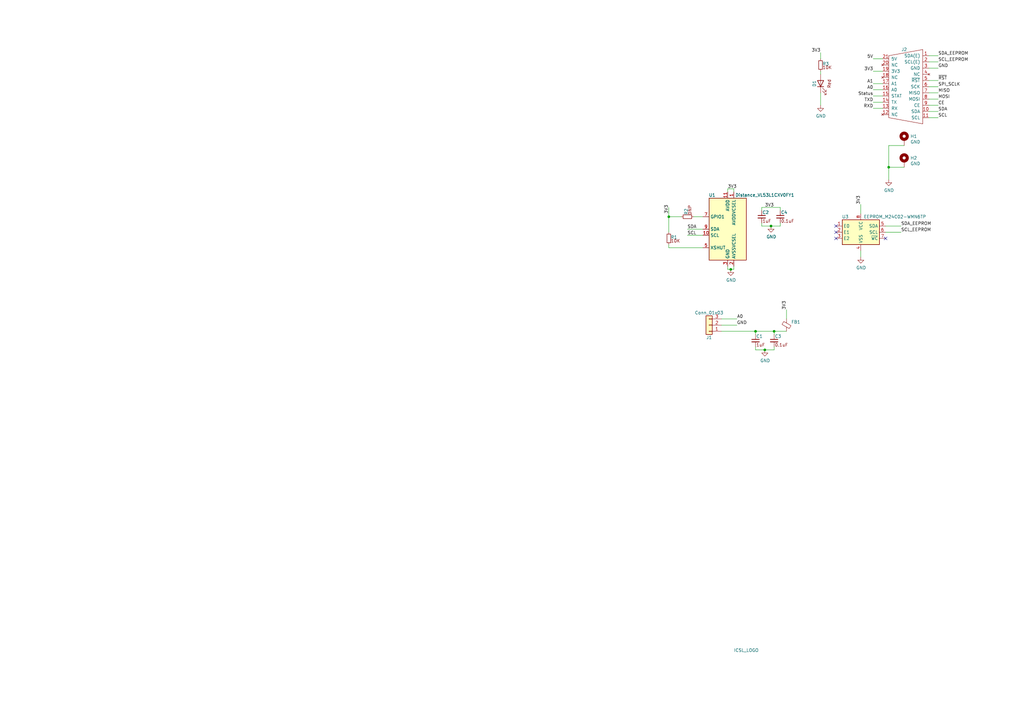
<source format=kicad_sch>
(kicad_sch (version 20211123) (generator eeschema)
  (paper "A3")
  (lib_symbols
    (symbol "Connector_Generic:Conn_01x03" (pin_names (offset 1.016) hide)
      (property "Reference" "J" (at 0 5.08 0))
      (property "Value" "Conn_01x03" (at 0 -5.08 0))
      (symbol "Conn_01x03_1_1"
        (rectangle (start -1.27 -2.413) (end 0 -2.667) (stroke (width 0.1524)))
        (rectangle (start -1.27 0.127) (end 0 -0.127) (stroke (width 0.1524)))
        (rectangle (start -1.27 2.667) (end 0 2.413) (stroke (width 0.1524)))
        (rectangle (start -1.27 3.81) (end 1.27 -3.81) (stroke (width 0.254)) (fill (type background)))
        (pin passive line (at -5.08 2.54 0) (length 3.81) (name "Pin_1") (number "1"))
        (pin passive line (at -5.08 0 0) (length 3.81) (name "Pin_2") (number "2"))
        (pin passive line (at -5.08 -2.54 0) (length 3.81) (name "Pin_3") (number "3"))
      )
    )
    (symbol "ICSL:Amphenol_91911-31321_plug" (pin_names (offset 1.016))
      (property "Reference" "J" (at 0 12.7 0))
      (symbol "Amphenol_91911-31321_plug_0_1"
        (polyline (pts (xy 7.62 -17.78) (xy 7.62 12.7)))
        (polyline (pts (xy 7.62 12.7) (xy -6.35 10.16) (xy -6.35 -15.24) (xy 7.62 -17.78)))
      )
      (symbol "Amphenol_91911-31321_plug_1_1"
        (pin bidirectional line (at 10.16 10.16 180) (length 2.54) (name "SDA(E)") (number "1"))
        (pin bidirectional line (at 10.16 -12.7 180) (length 2.54) (name "SDA") (number "10"))
        (pin output line (at 10.16 -15.24 180) (length 2.54) (name "SCL") (number "11"))
        (pin no_connect line (at -8.89 -13.97 0) (length 2.54) (name "NC") (number "12"))
        (pin input line (at -8.89 -11.43 0) (length 2.54) (name "RX") (number "13"))
        (pin output line (at -8.89 -8.89 0) (length 2.54) (name "TX") (number "14"))
        (pin input line (at -8.89 -6.35 0) (length 2.54) (name "STAT") (number "15"))
        (pin input line (at -8.89 -3.81 0) (length 2.54) (name "A0") (number "16"))
        (pin input line (at -8.89 -1.27 0) (length 2.54) (name "A1") (number "17"))
        (pin no_connect line (at -8.89 1.27 0) (length 2.54) (name "NC") (number "18"))
        (pin power_out line (at -8.89 3.81 0) (length 2.54) (name "3V3") (number "19"))
        (pin output line (at 10.16 7.62 180) (length 2.54) (name "SCL(E)") (number "2"))
        (pin no_connect line (at -8.89 6.35 0) (length 2.54) (name "NC") (number "20"))
        (pin power_out line (at -8.89 8.89 0) (length 2.54) (name "5V") (number "21"))
        (pin power_out line (at 10.16 5.08 180) (length 2.54) (name "GND") (number "3"))
        (pin no_connect line (at 10.16 2.54 180) (length 2.54) (name "NC") (number "4"))
        (pin output line (at 10.16 0 180) (length 2.54) (name "~{RST}") (number "5"))
        (pin output line (at 10.16 -2.54 180) (length 2.54) (name "SCK") (number "6"))
        (pin input line (at 10.16 -5.08 180) (length 2.54) (name "MISO") (number "7"))
        (pin output line (at 10.16 -7.62 180) (length 2.54) (name "MOSI") (number "8"))
        (pin output line (at 10.16 -10.16 180) (length 2.54) (name "CE") (number "9"))
      )
    )
    (symbol "ICSL:ICSL_LOGO"
      (property "Value" "ICSL_LOGO" (at 0 0 0))
    )
    (symbol "Mechanical:MountingHole_Pad" (pin_numbers hide) (pin_names (offset 1.016) hide)
      (property "Reference" "H" (at 0 6.35 0))
      (property "Value" "MountingHole_Pad" (at 0 4.445 0))
      (symbol "MountingHole_Pad_0_1"
        (circle (center 0 1.27) (radius 1.27) (stroke (width 1.27)))
      )
      (symbol "MountingHole_Pad_1_1"
        (pin input line (at 0 -2.54 90) (length 2.54) (name "1") (number "1"))
      )
    )
    (symbol "jlcsmt-ic:EEPROM_M24C02-WMN6TP"
      (property "Reference" "U" (at -6.35 6.35 0))
      (property "Value" "EEPROM_M24C02-WMN6TP" (at 13.97 6.35 0))
      (symbol "EEPROM_M24C02-WMN6TP_0_1"
        (rectangle (start -7.62 5.08) (end 7.62 -5.08) (stroke (width 0.254)) (fill (type background)))
      )
      (symbol "EEPROM_M24C02-WMN6TP_1_1"
        (pin input line (at -10.16 2.54 0) (length 2.54) (name "E0") (number "1"))
        (pin input line (at -10.16 0 0) (length 2.54) (name "E1") (number "2"))
        (pin input line (at -10.16 -2.54 0) (length 2.54) (name "E2") (number "3"))
        (pin power_in line (at 0 -7.62 90) (length 2.54) (name "VSS") (number "4"))
        (pin bidirectional line (at 10.16 2.54 180) (length 2.54) (name "SDA") (number "5"))
        (pin input line (at 10.16 0 180) (length 2.54) (name "SCL") (number "6"))
        (pin input line (at 10.16 -2.54 180) (length 2.54) (name "~{WC}") (number "7"))
        (pin power_in line (at 0 7.62 270) (length 2.54) (name "VCC") (number "8"))
      )
    )
    (symbol "jlcsmt-rcl:B_0805_600R" (pin_numbers hide) (pin_names (offset 0))
      (property "Reference" "FB" (at 1.905 1.27 0))
      (symbol "B_0805_600R_0_1"
        (polyline (pts (xy 0 -1.27) (xy 0 -0.7874)))
        (polyline (pts (xy 0 0.889) (xy 0 1.2954)))
        (polyline (pts (xy -1.8288 0.2794) (xy -1.1176 1.4986) (xy 1.8288 -0.2032) (xy 1.1176 -1.4224) (xy -1.8288 0.2794)))
      )
      (symbol "B_0805_600R_1_1"
        (pin passive line (at 0 2.54 270) (length 1.27) (name "~") (number "1"))
        (pin passive line (at 0 -2.54 90) (length 1.27) (name "~") (number "2"))
      )
    )
    (symbol "jlcsmt-rcl:C_0402_0.1uF_16V" (pin_numbers hide) (pin_names (offset 0.254) hide)
      (property "Reference" "C" (at 0.254 1.778 0))
      (symbol "C_0402_0.1uF_16V_0_0"
        (text "0.1uF" (at 0.254 -1.778 0) (effects (font (size 1.27 1.27)) (justify left)))
      )
      (symbol "C_0402_0.1uF_16V_0_1"
        (polyline (pts (xy -1.524 -0.508) (xy 1.524 -0.508)) (stroke (width 0.3302)))
        (polyline (pts (xy -1.524 0.508) (xy 1.524 0.508)) (stroke (width 0.3048)))
      )
      (symbol "C_0402_0.1uF_16V_1_1"
        (pin passive line (at 0 2.54 270) (length 2.032) (name "~") (number "1"))
        (pin passive line (at 0 -2.54 90) (length 2.032) (name "~") (number "2"))
      )
    )
    (symbol "jlcsmt-rcl:C_0402_1uF_25V" (pin_numbers hide) (pin_names (offset 0.254) hide)
      (property "Reference" "C" (at 0.254 1.778 0))
      (symbol "C_0402_1uF_25V_0_0"
        (text "1uF" (at 0.254 -1.778 0) (effects (font (size 1.27 1.27)) (justify left)))
      )
      (symbol "C_0402_1uF_25V_0_1"
        (polyline (pts (xy -1.524 -0.508) (xy 1.524 -0.508)) (stroke (width 0.3302)))
        (polyline (pts (xy -1.524 0.508) (xy 1.524 0.508)) (stroke (width 0.3048)))
      )
      (symbol "C_0402_1uF_25V_1_1"
        (pin passive line (at 0 2.54 270) (length 2.032) (name "~") (number "1"))
        (pin passive line (at 0 -2.54 90) (length 2.032) (name "~") (number "2"))
      )
    )
    (symbol "jlcsmt-rcl:LED_0603_Red" (pin_numbers hide) (pin_names (offset 1.016) hide)
      (property "Reference" "D" (at 0 2.54 0))
      (symbol "LED_0603_Red_0_0"
        (text "Red" (at 0 -3.556 0) (effects (font (size 1.27 1.27))))
      )
      (symbol "LED_0603_Red_0_1"
        (polyline (pts (xy -1.27 -1.27) (xy -1.27 1.27)) (stroke (width 0.254)))
        (polyline (pts (xy -1.27 0) (xy 1.27 0)))
        (polyline (pts (xy 1.27 -1.27) (xy 1.27 1.27) (xy -1.27 0) (xy 1.27 -1.27)) (stroke (width 0.254)))
        (polyline (pts (xy -3.048 -0.762) (xy -4.572 -2.286) (xy -3.81 -2.286) (xy -4.572 -2.286) (xy -4.572 -1.524)))
        (polyline (pts (xy -1.778 -0.762) (xy -3.302 -2.286) (xy -2.54 -2.286) (xy -3.302 -2.286) (xy -3.302 -1.524)))
      )
      (symbol "LED_0603_Red_1_1"
        (pin passive line (at -3.81 0 0) (length 2.54) (name "K") (number "1"))
        (pin passive line (at 3.81 0 180) (length 2.54) (name "A") (number "2"))
      )
    )
    (symbol "jlcsmt-rcl:R_0402_10K" (pin_numbers hide) (pin_names (offset 0.254) hide)
      (property "Reference" "R" (at 0.762 0.508 0))
      (symbol "R_0402_10K_0_0"
        (text "10K" (at 0.762 -1.016 0) (effects (font (size 1.27 1.27)) (justify left)))
      )
      (symbol "R_0402_10K_0_1"
        (rectangle (start -0.762 1.778) (end 0.762 -1.778) (stroke (width 0.2032)))
      )
      (symbol "R_0402_10K_1_1"
        (pin passive line (at 0 2.54 270) (length 0.762) (name "~") (number "1"))
        (pin passive line (at 0 -2.54 90) (length 0.762) (name "~") (number "2"))
      )
    )
    (symbol "jlcsmt-rcl:R_0402_DNP" (pin_numbers hide) (pin_names (offset 0.254) hide)
      (property "Reference" "R" (at 0.762 0.508 0))
      (symbol "R_0402_DNP_0_0"
        (text "DNP" (at 0.762 -1.016 0) (effects (font (size 1.27 1.27)) (justify left)))
      )
      (symbol "R_0402_DNP_0_1"
        (rectangle (start -0.762 1.778) (end 0.762 -1.778) (stroke (width 0.2032)))
      )
      (symbol "R_0402_DNP_1_1"
        (pin passive line (at 0 2.54 270) (length 0.762) (name "~") (number "1"))
        (pin passive line (at 0 -2.54 90) (length 0.762) (name "~") (number "2"))
      )
    )
    (symbol "jlcsmt-sensors:Distance_VL53L1CXV0FY1"
      (property "Reference" "U" (at -6.35 13.97 0))
      (property "Value" "Distance_VL53L1CXV0FY1" (at 15.24 13.97 0))
      (symbol "Distance_VL53L1CXV0FY1_0_1"
        (rectangle (start -7.62 12.7) (end 7.62 -12.7) (stroke (width 0.254)) (fill (type background)))
      )
      (symbol "Distance_VL53L1CXV0FY1_1_1"
        (pin power_in line (at 2.54 15.24 270) (length 2.54) (name "AVDDVCSEL") (number "1"))
        (pin input line (at -10.16 -2.54 0) (length 2.54) (name "SCL") (number "10"))
        (pin power_in line (at 0 15.24 270) (length 2.54) (name "AVDD") (number "11"))
        (pin passive line (at 0 -15.24 90) (length 2.54) hide (name "GND") (number "12"))
        (pin power_in line (at 2.54 -15.24 90) (length 2.54) (name "AVSSVCSEL") (number "2"))
        (pin power_in line (at 0 -15.24 90) (length 2.54) (name "GND") (number "3"))
        (pin passive line (at 0 -15.24 90) (length 2.54) hide (name "GND") (number "4"))
        (pin input line (at -10.16 -7.62 0) (length 2.54) (name "XSHUT") (number "5"))
        (pin passive line (at 0 -15.24 90) (length 2.54) hide (name "GND") (number "6"))
        (pin open_collector line (at -10.16 5.08 0) (length 2.54) (name "GPIO1") (number "7"))
        (pin no_connect line (at -7.62 7.62 0) (length 2.54) hide (name "DNC") (number "8"))
        (pin bidirectional line (at -10.16 0 0) (length 2.54) (name "SDA") (number "9"))
      )
    )
    (symbol "power:GND" (power) (pin_names (offset 0))
      (property "Value" "GND" (at 0 -3.81 0))
      (symbol "GND_0_1"
        (polyline (pts (xy 0 0) (xy 0 -1.27) (xy 1.27 -1.27) (xy 0 -2.54) (xy -1.27 -1.27) (xy 0 -1.27)))
      )
      (symbol "GND_1_1"
        (pin power_in line (at 0 0 270) (length 0) hide (name "GND") (number "1"))
      )
    )
  )
  (junction (at 364.49 68.58))
  (junction (at 313.69 143.51))
  (junction (at 317.5 135.89))
  (junction (at 299.72 110.49))
  (junction (at 309.88 135.89))
  (junction (at 274.32 88.9))
  (junction (at 316.23 92.71))
  (no_connect (at 363.22 97.79))
  (no_connect (at 342.9 97.79))
  (no_connect (at 342.9 92.71))
  (no_connect (at 342.9 95.25))
  (wire (pts (xy 281.94 93.98) (xy 288.29 93.98)))
  (wire (pts (xy 358.14 29.21) (xy 361.95 29.21)))
  (wire (pts (xy 312.42 85.09) (xy 320.04 85.09)))
  (wire (pts (xy 364.49 73.66) (xy 364.49 68.58)))
  (wire (pts (xy 312.42 92.71) (xy 316.23 92.71)))
  (wire (pts (xy 358.14 41.91) (xy 361.95 41.91)))
  (wire (pts (xy 284.48 88.9) (xy 288.29 88.9)))
  (wire (pts (xy 274.32 85.09) (xy 274.32 88.9)))
  (wire (pts (xy 298.45 77.47) (xy 300.99 77.47)))
  (wire (pts (xy 317.5 135.89) (xy 322.58 135.89)))
  (wire (pts (xy 309.88 142.24) (xy 309.88 143.51)))
  (wire (pts (xy 381 22.86) (xy 384.81 22.86)))
  (wire (pts (xy 312.42 86.36) (xy 312.42 85.09)))
  (wire (pts (xy 363.22 92.71) (xy 369.57 92.71)))
  (wire (pts (xy 358.14 44.45) (xy 361.95 44.45)))
  (wire (pts (xy 309.88 135.89) (xy 309.88 137.16)))
  (wire (pts (xy 364.49 59.69) (xy 370.84 59.69)))
  (wire (pts (xy 381 43.18) (xy 384.81 43.18)))
  (wire (pts (xy 288.29 101.6) (xy 274.32 101.6)))
  (wire (pts (xy 320.04 85.09) (xy 320.04 86.36)))
  (wire (pts (xy 317.5 142.24) (xy 317.5 143.51)))
  (wire (pts (xy 274.32 101.6) (xy 274.32 100.33)))
  (wire (pts (xy 381 35.56) (xy 384.81 35.56)))
  (wire (pts (xy 295.91 130.81) (xy 302.26 130.81)))
  (wire (pts (xy 381 45.72) (xy 384.81 45.72)))
  (wire (pts (xy 312.42 91.44) (xy 312.42 92.71)))
  (wire (pts (xy 381 27.94) (xy 384.81 27.94)))
  (wire (pts (xy 316.23 92.71) (xy 320.04 92.71)))
  (wire (pts (xy 274.32 88.9) (xy 279.4 88.9)))
  (wire (pts (xy 381 40.64) (xy 384.81 40.64)))
  (wire (pts (xy 358.14 34.29) (xy 361.95 34.29)))
  (wire (pts (xy 298.45 110.49) (xy 299.72 110.49)))
  (wire (pts (xy 364.49 68.58) (xy 370.84 68.58)))
  (wire (pts (xy 317.5 135.89) (xy 317.5 137.16)))
  (wire (pts (xy 300.99 77.47) (xy 300.99 78.74)))
  (wire (pts (xy 281.94 96.52) (xy 288.29 96.52)))
  (wire (pts (xy 381 38.1) (xy 384.81 38.1)))
  (wire (pts (xy 381 33.02) (xy 384.81 33.02)))
  (wire (pts (xy 317.5 143.51) (xy 313.69 143.51)))
  (wire (pts (xy 381 48.26) (xy 384.81 48.26)))
  (wire (pts (xy 364.49 68.58) (xy 364.49 59.69)))
  (wire (pts (xy 358.14 24.13) (xy 361.95 24.13)))
  (wire (pts (xy 358.14 36.83) (xy 361.95 36.83)))
  (wire (pts (xy 320.04 92.71) (xy 320.04 91.44)))
  (wire (pts (xy 381 25.4) (xy 384.81 25.4)))
  (wire (pts (xy 336.55 29.21) (xy 336.55 30.48)))
  (wire (pts (xy 363.22 95.25) (xy 369.57 95.25)))
  (wire (pts (xy 313.69 143.51) (xy 309.88 143.51)))
  (wire (pts (xy 309.88 135.89) (xy 317.5 135.89)))
  (wire (pts (xy 358.14 39.37) (xy 361.95 39.37)))
  (wire (pts (xy 274.32 88.9) (xy 274.32 95.25)))
  (wire (pts (xy 353.06 105.41) (xy 353.06 102.87)))
  (wire (pts (xy 299.72 110.49) (xy 300.99 110.49)))
  (wire (pts (xy 298.45 78.74) (xy 298.45 77.47)))
  (wire (pts (xy 336.55 43.18) (xy 336.55 38.1)))
  (wire (pts (xy 295.91 133.35) (xy 302.26 133.35)))
  (wire (pts (xy 322.58 127) (xy 322.58 130.81)))
  (wire (pts (xy 298.45 109.22) (xy 298.45 110.49)))
  (wire (pts (xy 295.91 135.89) (xy 309.88 135.89)))
  (wire (pts (xy 300.99 110.49) (xy 300.99 109.22)))
  (wire (pts (xy 336.55 21.59) (xy 336.55 24.13)))
  (wire (pts (xy 353.06 83.82) (xy 353.06 87.63)))
  (label "SDA_EEPROM" (at 369.57 92.71 0))
  (label "SDA_EEPROM" (at 384.81 22.86 0))
  (label "SCL" (at 281.94 96.52 0))
  (label "A0" (at 302.26 130.81 0))
  (label "3V3" (at 358.14 29.21 180))
  (label "3V3" (at 274.32 87.63 90))
  (label "SPI_SCLK" (at 384.81 35.56 0))
  (label "GND" (at 384.81 27.94 0))
  (label "3V3" (at 353.06 83.82 90))
  (label "A0" (at 358.14 36.83 180))
  (label "MOSI" (at 384.81 40.64 0))
  (label "~{RST}" (at 384.81 33.02 0))
  (label "5V" (at 358.14 24.13 180))
  (label "MISO" (at 384.81 38.1 0))
  (label "A1" (at 358.14 34.29 180))
  (label "SDA" (at 384.81 45.72 0))
  (label "CE" (at 384.81 43.18 0))
  (label "3V3" (at 298.45 77.47 0))
  (label "SDA" (at 281.94 93.98 0))
  (label "3V3" (at 322.58 127 90))
  (label "GND" (at 302.26 133.35 0))
  (label "TXD" (at 358.14 41.91 180))
  (label "Status" (at 358.14 39.37 180))
  (label "RXD" (at 358.14 44.45 180))
  (label "3V3" (at 336.55 21.59 180))
  (label "SCL_EEPROM" (at 384.81 25.4 0))
  (label "SCL" (at 384.81 48.26 0))
  (label "3V3" (at 313.69 85.09 0))
  (label "SCL_EEPROM" (at 369.57 95.25 0))
  (symbol (lib_id "Mechanical:MountingHole_Pad") (at 370.84 57.15 0) (unit 1)
    (property "Reference" "H1" (at 373.38 55.9054 0) (effects (justify left)))
    (property "Value" "GND" (at 373.38 58.2168 0) (effects (justify left)))
    (property "Footprint" "ICSL:M1502-B-2545-AL-TOP" (effects hide))
  )
  (symbol (lib_id "Mechanical:MountingHole_Pad") (at 370.84 66.04 0) (unit 1)
    (property "Reference" "H2" (at 373.38 64.7954 0) (effects (justify left)))
    (property "Value" "GND" (at 373.38 67.1068 0) (effects (justify left)))
    (property "Footprint" "ICSL:M1502-B-2545-AL-TOP" (effects hide))
  )
  (symbol (lib_id "power:GND") (at 364.49 73.66 0) (unit 1)
    (property "Reference" "#PWR06" (effects hide))
    (property "Value" "GND" (at 364.617 78.0542 0))
  )
  (symbol (lib_id "ICSL:Amphenol_91911-31321_plug") (at 370.84 33.02 0) (unit 1)
    (property "Reference" "J2" (at 370.84 20.32 0))
    (property "Value" "Amphenol_91911-31321_plug" (effects hide))
    (property "Footprint" "ICSL:Amphenol_91911-31321LF_PLUG" (effects hide))
    (property "Datasheet" "https://cdn.amphenol-icc.com/media/wysiwyg/files/drawing/91900.pdf" (effects hide))
    (property "LCSC" "C9900009023" (effects hide))
  )
  (symbol (lib_id "power:GND") (at 336.55 43.18 0) (unit 1)
    (property "Reference" "#PWR04" (effects hide))
    (property "Value" "GND" (at 336.677 47.5742 0))
  )
  (symbol (lib_id "power:GND") (at 299.72 110.49 0) (unit 1)
    (property "Reference" "#PWR01" (effects hide))
    (property "Value" "GND" (at 299.847 114.8842 0))
  )
  (symbol (lib_id "jlcsmt-rcl:R_0402_10K") (at 336.55 26.67 0) (unit 1)
    (property "Reference" "R3" (at 337.312 26.162 0) (effects (justify left)))
    (property "Value" "R_0402_10K" (effects hide))
    (property "Footprint" "Resistor_SMD:R_0402_1005Metric" (effects hide))
    (property "Datasheet" "https://datasheet.lcsc.com/lcsc/2110260030_UNI-ROYAL-Uniroyal-Elec-0402WGF1002TCE_C25744.pdf" (effects hide))
    (property "MFR" "UNI-ROYAL(Uniroyal Elec)" (effects hide))
    (property "MFR Part#" "0402WGF1002TCE" (effects hide))
    (property "LCSC" "C25744" (effects hide))
  )
  (symbol (lib_id "jlcsmt-rcl:C_0402_0.1uF_16V") (at 317.5 139.7 0) (unit 1)
    (property "Reference" "C3" (at 317.754 137.922 0) (effects (justify left)))
    (property "Value" "C_0402_0.1uF_16V" (effects hide))
    (property "Footprint" "Capacitor_SMD:C_0402_1005Metric" (effects hide))
    (property "Datasheet" "https://datasheet.lcsc.com/lcsc/1810191219_Samsung-Electro-Mechanics-CL05B104KO5NNNC_C1525.pdf" (effects hide))
    (property "MFR" "Samsung Electro-Mechanics" (effects hide))
    (property "MFR Part#" "CL05B104KO5NNNC" (effects hide))
    (property "LCSC" "C1525" (effects hide))
  )
  (symbol (lib_id "jlcsmt-rcl:C_0402_0.1uF_16V") (at 320.04 88.9 0) (unit 1)
    (property "Reference" "C4" (at 320.294 87.122 0) (effects (justify left)))
    (property "Value" "C_0402_0.1uF_16V" (effects hide))
    (property "Footprint" "Capacitor_SMD:C_0402_1005Metric" (effects hide))
    (property "Datasheet" "https://datasheet.lcsc.com/lcsc/1810191219_Samsung-Electro-Mechanics-CL05B104KO5NNNC_C1525.pdf" (effects hide))
    (property "MFR" "Samsung Electro-Mechanics" (effects hide))
    (property "MFR Part#" "CL05B104KO5NNNC" (effects hide))
    (property "LCSC" "C1525" (effects hide))
  )
  (symbol (lib_id "jlcsmt-rcl:C_0402_1uF_25V") (at 312.42 88.9 0) (unit 1)
    (property "Reference" "C2" (at 312.674 87.122 0) (effects (justify left)))
    (property "Value" "C_0402_1uF_25V" (effects hide))
    (property "Footprint" "Capacitor_SMD:C_0402_1005Metric" (effects hide))
    (property "Datasheet" "https://datasheet.lcsc.com/lcsc/1811091611_Samsung-Electro-Mechanics-CL05A105KA5NQNC_C52923.pdf" (effects hide))
    (property "MFR" "Samsung Electro-Mechanics" (effects hide))
    (property "MFR Part#" "CL05A105KA5NQNC" (effects hide))
    (property "LCSC" "C52923" (effects hide))
  )
  (symbol (lib_id "ICSL:ICSL_LOGO") (at 306.07 266.7 0) (unit 1)
    (property "Reference" "U2" (effects hide))
    (property "Value" "ICSL_LOGO" (at 306.07 266.7 0))
    (property "Footprint" "ICSL:icsl_logo" (effects hide))
  )
  (symbol (lib_id "power:GND") (at 353.06 105.41 0) (unit 1)
    (property "Reference" "#PWR05" (effects hide))
    (property "Value" "GND" (at 353.187 109.8042 0))
  )
  (symbol (lib_id "jlcsmt-rcl:R_0402_DNP") (at 281.94 88.9 90) (unit 1)
    (property "Reference" "R2" (at 281.432 88.138 0) (effects (justify left)))
    (property "Value" "R_0402_DNP" (effects hide))
    (property "Footprint" "Resistor_SMD:R_0402_1005Metric" (effects hide))
  )
  (symbol (lib_id "jlcsmt-sensors:Distance_VL53L1CXV0FY1") (at 298.45 93.98 0) (unit 1)
    (property "Reference" "U1" (at 292.1 80.01 0))
    (property "Value" "Distance_VL53L1CXV0FY1" (at 313.69 80.01 0))
    (property "Footprint" "jlcsmt:ST_VL53L1X" (effects hide))
    (property "Datasheet" "https://datasheet.lcsc.com/lcsc/1811101103_STMicroelectronics-VL53L1CXV0FY-1_C190004.pdf" (effects hide))
    (property "MFR" "STMicroelectronics" (effects hide))
    (property "MFR Part#" "VL53L1CXV0FY/1" (effects hide))
    (property "LCSC" "C190004" (effects hide))
  )
  (symbol (lib_id "jlcsmt-rcl:LED_0603_Red") (at 336.55 34.29 90) (unit 1)
    (property "Reference" "D1" (at 334.01 34.29 0))
    (property "Value" "LED_0603_Red" (effects hide))
    (property "Footprint" "jlcsmt:LED_0603_1608Metric" (effects hide))
    (property "Datasheet" "https://datasheet.lcsc.com/lcsc/1810231112_Hubei-KENTO-Elec-KT-0603R_C2286.pdf" (effects hide))
    (property "MFR" "Hubei KENTO Elec" (effects hide))
    (property "MFR Part#" "KT-0603R" (effects hide))
    (property "LCSC" "C2286" (effects hide))
  )
  (symbol (lib_id "jlcsmt-rcl:B_0805_600R") (at 322.58 133.35 0) (unit 1)
    (property "Reference" "FB1" (at 324.485 132.08 0) (effects (justify left)))
    (property "Value" "B_0805_600R" (effects hide))
    (property "Footprint" "Inductor_SMD:L_0805_2012Metric" (effects hide))
    (property "Datasheet" "https://datasheet.lcsc.com/lcsc/2109181830_Sunlord-GZ2012D601TF_C1017.pdf" (effects hide))
    (property "MFR" "Sunlord" (effects hide))
    (property "MFR Part#" "GZ2012D601TF" (effects hide))
    (property "LCSC" "C1017" (effects hide))
  )
  (symbol (lib_id "jlcsmt-rcl:C_0402_1uF_25V") (at 309.88 139.7 0) (unit 1)
    (property "Reference" "C1" (at 310.134 137.922 0) (effects (justify left)))
    (property "Value" "C_0402_1uF_25V" (effects hide))
    (property "Footprint" "Capacitor_SMD:C_0402_1005Metric" (effects hide))
    (property "Datasheet" "https://datasheet.lcsc.com/lcsc/1811091611_Samsung-Electro-Mechanics-CL05A105KA5NQNC_C52923.pdf" (effects hide))
    (property "MFR" "Samsung Electro-Mechanics" (effects hide))
    (property "MFR Part#" "CL05A105KA5NQNC" (effects hide))
    (property "LCSC" "C52923" (effects hide))
  )
  (symbol (lib_id "jlcsmt-ic:EEPROM_M24C02-WMN6TP") (at 353.06 95.25 0) (unit 1)
    (property "Reference" "U3" (at 346.71 88.9 0))
    (property "Value" "EEPROM_M24C02-WMN6TP" (at 367.03 88.9 0))
    (property "Footprint" "jlcsmt:SOIC-8_3.9x4.9mm_P1.27mm" (effects hide))
    (property "Datasheet" "https://datasheet.lcsc.com/lcsc/1809061818_STMicroelectronics-M24C02-WMN6TP_C7562.pdf" (effects hide))
    (property "MFR" "STMicroelectronics" (effects hide))
    (property "MFR Part#" "M24C02-WMN6TP" (effects hide))
    (property "LCSC" "C7562" (effects hide))
  )
  (symbol (lib_id "jlcsmt-rcl:R_0402_10K") (at 274.32 97.79 0) (unit 1)
    (property "Reference" "R1" (at 275.082 97.282 0) (effects (justify left)))
    (property "Value" "R_0402_10K" (effects hide))
    (property "Footprint" "Resistor_SMD:R_0402_1005Metric" (effects hide))
    (property "Datasheet" "https://datasheet.lcsc.com/lcsc/2110260030_UNI-ROYAL-Uniroyal-Elec-0402WGF1002TCE_C25744.pdf" (effects hide))
    (property "MFR" "UNI-ROYAL(Uniroyal Elec)" (effects hide))
    (property "MFR Part#" "0402WGF1002TCE" (effects hide))
    (property "LCSC" "C25744" (effects hide))
  )
  (symbol (lib_id "power:GND") (at 316.23 92.71 0) (unit 1)
    (property "Reference" "#PWR03" (effects hide))
    (property "Value" "GND" (at 316.357 97.1042 0))
  )
  (symbol (lib_id "power:GND") (at 313.69 143.51 0) (unit 1)
    (property "Reference" "#PWR02" (effects hide))
    (property "Value" "GND" (at 313.817 147.9042 0))
  )
  (symbol (lib_id "Connector_Generic:Conn_01x03") (at 290.83 133.35 180) (unit 1)
    (property "Reference" "J1" (at 290.83 138.43 0))
    (property "Value" "Conn_01x03" (at 290.83 128.27 0))
    (property "Footprint" "Connector_PinHeader_2.54mm:PinHeader_1x03_P2.54mm_Vertical" (effects hide))
  )
)
</source>
